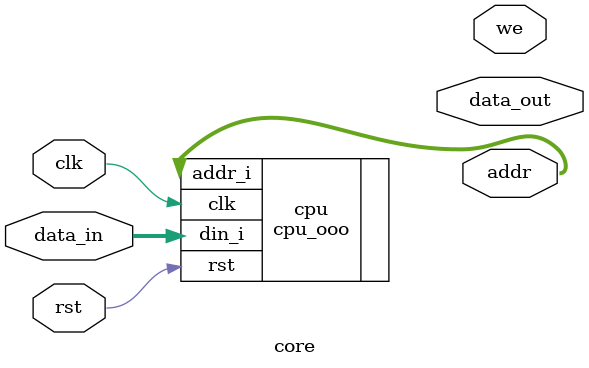
<source format=v>
`timescale 1ns/1ps

module core(
        input clk,
        input rst,
        output [15:0] addr,   // address bus
        input [7:0] data_in,         // data in, read bus
        output [7:0] data_out,
        output we
        // input IRQ;              // interrupt request
        // input NMI;              // non-maskable interrupt request
        // input RDY;              // Ready signal. Pauses CPU when RDY=0 
    );

    cpu_ooo cpu(
        .clk(clk),
        .rst(rst),

        .addr_i(addr),
        .din_i(data_in)
        
        // TODO: second port
    );

endmodule
</source>
